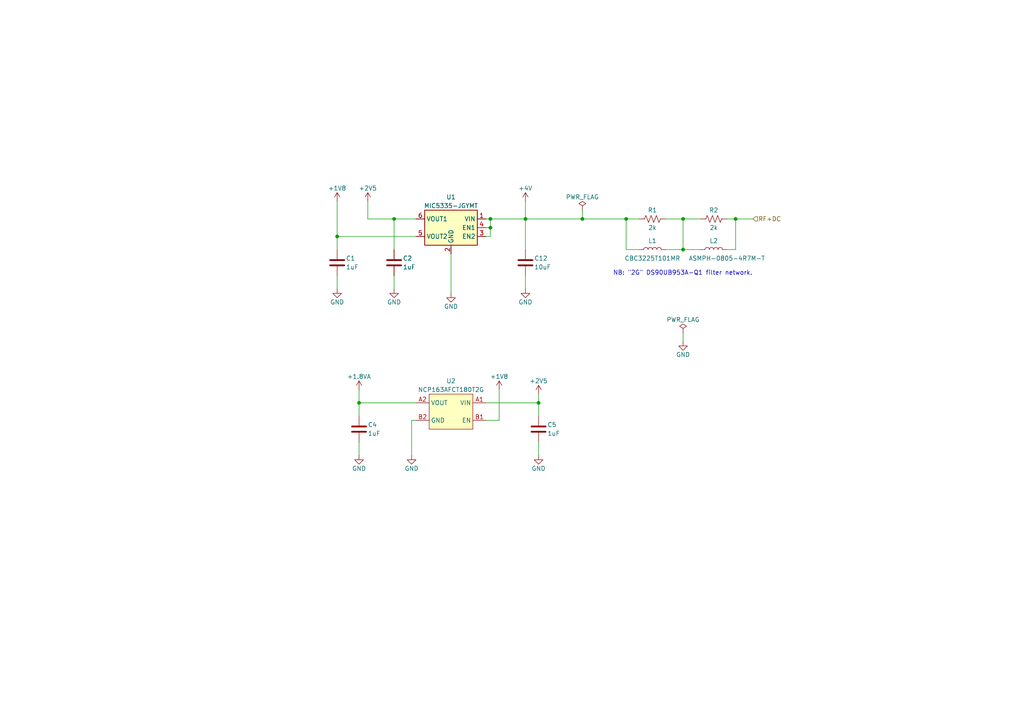
<source format=kicad_sch>
(kicad_sch (version 20230121) (generator eeschema)
  (paper "A4")
  (title_block (title "ONIX Neuropixels 2.0 Economical Headstage") (date "2021-12-16") (rev "B") (company "Open Ephys, Inc") (comment 1 "Jonathan P. Newman"))
  (lib_symbols
    (symbol "Device:C" (pin_numbers hide) (pin_names (offset 0.254))
      (property "Reference" "C" (at 0.635 2.54 0))
      (property "Value" "C" (at 0.635 -2.54 0))
      (symbol "C_0_1"
        (polyline (pts (xy -2.032 -0.762) (xy 2.032 -0.762)) (stroke (width 0.508)))
        (polyline (pts (xy -2.032 0.762) (xy 2.032 0.762)) (stroke (width 0.508)))
      )
      (symbol "C_1_1"
        (pin passive line (at 0 3.81 270) (length 2.794) (name "~") (number "1"))
        (pin passive line (at 0 -3.81 90) (length 2.794) (name "~") (number "2"))
      )
    )
    (symbol "Device:L" (pin_numbers hide) (pin_names (offset 1.016) hide)
      (property "Reference" "L" (at -1.27 0 90))
      (property "Value" "L" (at 1.905 0 90))
      (symbol "L_0_1"
        (arc (start 0 -2.54) (mid 0.6323 -1.905) (end 0 -1.27))
        (arc (start 0 -1.27) (mid 0.6323 -0.635) (end 0 0))
        (arc (start 0 0) (mid 0.6323 0.635) (end 0 1.27))
        (arc (start 0 1.27) (mid 0.6323 1.905) (end 0 2.54))
      )
      (symbol "L_1_1"
        (pin passive line (at 0 3.81 270) (length 1.27) (name "1") (number "1"))
        (pin passive line (at 0 -3.81 90) (length 1.27) (name "2") (number "2"))
      )
    )
    (symbol "Device:R_US" (pin_numbers hide) (pin_names (offset 0))
      (property "Reference" "R" (at 2.54 0 90))
      (property "Value" "R_US" (at -2.54 0 90))
      (symbol "R_US_0_1"
        (polyline (pts (xy 0 -2.286) (xy 0 -2.54)))
        (polyline (pts (xy 0 2.286) (xy 0 2.54)))
        (polyline (pts (xy 0 -0.762) (xy 1.016 -1.143) (xy 0 -1.524) (xy -1.016 -1.905) (xy 0 -2.286)))
        (polyline (pts (xy 0 0.762) (xy 1.016 0.381) (xy 0 0) (xy -1.016 -0.381) (xy 0 -0.762)))
        (polyline (pts (xy 0 2.286) (xy 1.016 1.905) (xy 0 1.524) (xy -1.016 1.143) (xy 0 0.762)))
      )
      (symbol "R_US_1_1"
        (pin passive line (at 0 3.81 270) (length 1.27) (name "~") (number "1"))
        (pin passive line (at 0 -3.81 90) (length 1.27) (name "~") (number "2"))
      )
    )
    (symbol "jonnew:+1.8VA" (power) (pin_names (offset 0))
      (property "Value" "+1.8VA" (at 0 3.556 0))
      (symbol "+1.8VA_0_1"
        (polyline (pts (xy -0.762 1.27) (xy 0 2.54)))
        (polyline (pts (xy 0 0) (xy 0 2.54)))
        (polyline (pts (xy 0 2.54) (xy 0.762 1.27)))
      )
      (symbol "+1.8VA_1_1"
        (pin power_in line (at 0 0 90) (length 0) hide (name "+1.8VA") (number "1"))
      )
    )
    (symbol "jonnew:LDO_EN"
      (property "Reference" "U" (at 0 8.89 0))
      (property "Value" "LDO_EN" (at 0 6.35 0))
      (symbol "LDO_EN_0_1"
        (rectangle (start -6.35 5.08) (end 6.35 -5.08) (stroke (width 0.1524)) (fill (type background)))
      )
      (symbol "LDO_EN_1_1"
        (pin power_in line (at -10.16 2.54 0) (length 3.81) (name "VIN") (number "A1"))
        (pin power_out line (at 10.16 2.54 180) (length 3.81) (name "VOUT") (number "A2"))
        (pin input line (at -10.16 -2.54 0) (length 3.81) (name "EN") (number "B1"))
        (pin power_in line (at 10.16 -2.54 180) (length 3.81) (name "GND") (number "B2"))
      )
    )
    (symbol "jonnew:MIC5335-xxxMT"
      (property "Reference" "U" (at 0 8.89 0))
      (property "Value" "MIC5335-xxxMT" (at 0 6.35 0))
      (symbol "MIC5335-xxxMT_0_1"
        (rectangle (start -7.62 5.08) (end 7.62 -5.08) (stroke (width 0.254)) (fill (type background)))
      )
      (symbol "MIC5335-xxxMT_1_0"
        (pin passive line (at 0 -7.62 90) (length 2.54) hide (name "GND") (number "7"))
      )
      (symbol "MIC5335-xxxMT_1_1"
        (pin power_in line (at -10.16 2.54 0) (length 2.54) (name "VIN") (number "1"))
        (pin power_in line (at 0 -7.62 90) (length 2.54) (name "GND") (number "2"))
        (pin input line (at -10.16 -2.54 0) (length 2.54) (name "EN2") (number "3"))
        (pin input line (at -10.16 0 0) (length 2.54) (name "EN1") (number "4"))
        (pin power_out line (at 10.16 -2.54 180) (length 2.54) (name "VOUT2") (number "5"))
        (pin power_out line (at 10.16 2.54 180) (length 2.54) (name "VOUT1") (number "6"))
      )
    )
    (symbol "power:+1V8" (power) (pin_names (offset 0))
      (property "Value" "+1V8" (at 0 3.556 0))
      (symbol "+1V8_0_1"
        (polyline (pts (xy -0.762 1.27) (xy 0 2.54)))
        (polyline (pts (xy 0 0) (xy 0 2.54)))
        (polyline (pts (xy 0 2.54) (xy 0.762 1.27)))
      )
      (symbol "+1V8_1_1"
        (pin power_in line (at 0 0 90) (length 0) hide (name "+1V8") (number "1"))
      )
    )
    (symbol "power:+2V5" (power) (pin_names (offset 0))
      (property "Value" "+2V5" (at 0 3.556 0))
      (symbol "+2V5_0_1"
        (polyline (pts (xy -0.762 1.27) (xy 0 2.54)))
        (polyline (pts (xy 0 0) (xy 0 2.54)))
        (polyline (pts (xy 0 2.54) (xy 0.762 1.27)))
      )
      (symbol "+2V5_1_1"
        (pin power_in line (at 0 0 90) (length 0) hide (name "+2V5") (number "1"))
      )
    )
    (symbol "power:+4V" (power) (pin_names (offset 0))
      (property "Value" "+4V" (at 0 3.556 0))
      (symbol "+4V_0_1"
        (polyline (pts (xy -0.762 1.27) (xy 0 2.54)))
        (polyline (pts (xy 0 0) (xy 0 2.54)))
        (polyline (pts (xy 0 2.54) (xy 0.762 1.27)))
      )
      (symbol "+4V_1_1"
        (pin power_in line (at 0 0 90) (length 0) hide (name "+4V") (number "1"))
      )
    )
    (symbol "power:GND" (power) (pin_names (offset 0))
      (property "Value" "GND" (at 0 -3.81 0))
      (symbol "GND_0_1"
        (polyline (pts (xy 0 0) (xy 0 -1.27) (xy 1.27 -1.27) (xy 0 -2.54) (xy -1.27 -1.27) (xy 0 -1.27)))
      )
      (symbol "GND_1_1"
        (pin power_in line (at 0 0 270) (length 0) hide (name "GND") (number "1"))
      )
    )
    (symbol "power:PWR_FLAG" (power) (pin_numbers hide) (pin_names (offset 0) hide)
      (property "Value" "PWR_FLAG" (at 0 3.81 0))
      (symbol "PWR_FLAG_0_0"
        (pin power_out line (at 0 0 90) (length 0) (name "pwr") (number "1"))
      )
      (symbol "PWR_FLAG_0_1"
        (polyline (pts (xy 0 0) (xy 0 1.27) (xy -1.016 1.905) (xy 0 2.54) (xy 1.016 1.905) (xy 0 1.27)))
      )
    )
  )
  (junction (at 142.24 66.04))
  (junction (at 213.36 63.5))
  (junction (at 142.24 63.5))
  (junction (at 168.91 63.5))
  (junction (at 181.61 63.5))
  (junction (at 97.79 68.58))
  (junction (at 152.4 63.5))
  (junction (at 198.12 63.5))
  (junction (at 104.14 116.84))
  (junction (at 114.3 63.5))
  (junction (at 198.12 72.39))
  (junction (at 156.21 116.84))
  (wire (pts (xy 185.42 72.39) (xy 181.61 72.39)))
  (wire (pts (xy 181.61 72.39) (xy 181.61 63.5)))
  (wire (pts (xy 168.91 60.96) (xy 168.91 63.5)))
  (wire (pts (xy 198.12 63.5) (xy 203.2 63.5)))
  (wire (pts (xy 193.04 63.5) (xy 198.12 63.5)))
  (wire (pts (xy 210.82 63.5) (xy 213.36 63.5)))
  (wire (pts (xy 213.36 72.39) (xy 210.82 72.39)))
  (wire (pts (xy 213.36 63.5) (xy 213.36 72.39)))
  (wire (pts (xy 144.78 113.03) (xy 144.78 121.92)))
  (wire (pts (xy 114.3 80.01) (xy 114.3 83.82)))
  (wire (pts (xy 152.4 63.5) (xy 168.91 63.5)))
  (wire (pts (xy 193.04 72.39) (xy 198.12 72.39)))
  (wire (pts (xy 198.12 72.39) (xy 203.2 72.39)))
  (wire (pts (xy 142.24 66.04) (xy 142.24 63.5)))
  (wire (pts (xy 142.24 63.5) (xy 152.4 63.5)))
  (wire (pts (xy 156.21 114.3) (xy 156.21 116.84)))
  (wire (pts (xy 104.14 116.84) (xy 120.65 116.84)))
  (wire (pts (xy 198.12 96.52) (xy 198.12 99.06)))
  (wire (pts (xy 142.24 68.58) (xy 142.24 66.04)))
  (wire (pts (xy 104.14 128.27) (xy 104.14 132.08)))
  (wire (pts (xy 144.78 121.92) (xy 140.97 121.92)))
  (wire (pts (xy 168.91 63.5) (xy 181.61 63.5)))
  (wire (pts (xy 97.79 80.01) (xy 97.79 83.82)))
  (wire (pts (xy 119.38 121.92) (xy 119.38 132.08)))
  (wire (pts (xy 106.68 63.5) (xy 114.3 63.5)))
  (wire (pts (xy 181.61 63.5) (xy 185.42 63.5)))
  (wire (pts (xy 140.97 63.5) (xy 142.24 63.5)))
  (wire (pts (xy 106.68 58.42) (xy 106.68 63.5)))
  (wire (pts (xy 156.21 128.27) (xy 156.21 132.08)))
  (wire (pts (xy 97.79 68.58) (xy 120.65 68.58)))
  (wire (pts (xy 213.36 63.5) (xy 218.44 63.5)))
  (wire (pts (xy 114.3 63.5) (xy 114.3 72.39)))
  (wire (pts (xy 114.3 63.5) (xy 120.65 63.5)))
  (wire (pts (xy 104.14 113.03) (xy 104.14 116.84)))
  (wire (pts (xy 140.97 68.58) (xy 142.24 68.58)))
  (wire (pts (xy 152.4 58.42) (xy 152.4 63.5)))
  (wire (pts (xy 198.12 63.5) (xy 198.12 72.39)))
  (wire (pts (xy 104.14 116.84) (xy 104.14 120.65)))
  (wire (pts (xy 140.97 116.84) (xy 156.21 116.84)))
  (wire (pts (xy 97.79 58.42) (xy 97.79 68.58)))
  (wire (pts (xy 130.81 73.66) (xy 130.81 85.09)))
  (wire (pts (xy 152.4 80.01) (xy 152.4 83.82)))
  (wire (pts (xy 152.4 63.5) (xy 152.4 72.39)))
  (wire (pts (xy 120.65 121.92) (xy 119.38 121.92)))
  (wire (pts (xy 156.21 116.84) (xy 156.21 120.65)))
  (wire (pts (xy 97.79 68.58) (xy 97.79 72.39)))
  (wire (pts (xy 140.97 66.04) (xy 142.24 66.04)))
  (text "NB: \"2G\" DS90UB953A-Q1 filter network." (at 177.8 80.01 0) (effects (font (size 1.27 1.27)) (justify left bottom)))
  (hierarchical_label "RF+DC" (shape input) (at 218.44 63.5 0))
  (symbol (lib_id "jonnew:+1.8VA") (at 104.14 113.03 0) (unit 1)
    (property "Reference" "#PWR011" (effects hide))
    (property "Value" "+1.8VA" (at 104.14 109.22 0))
  )
  (symbol (lib_id "power:GND") (at 198.12 99.06 0) (unit 1)
    (property "Reference" "#PWR010" (effects hide))
    (property "Value" "GND" (at 198.12 102.87 0))
  )
  (symbol (lib_id "power:+2V5") (at 106.68 58.42 0) (unit 1)
    (property "Reference" "#PWR04" (effects hide))
    (property "Value" "+2V5" (at 106.68 54.61 0))
  )
  (symbol (lib_id "Device:C") (at 156.21 124.46 0) (unit 1)
    (property "Reference" "C5" (at 158.75 123.19 0) (effects (justify left)))
    (property "Value" "1uF" (at 158.75 125.73 0) (effects (justify left)))
    (property "Footprint" "Capacitor_SMD:C_0201_0603Metric" (effects hide))
    (property "Voltage" "10V" (effects hide))
    (property "TempCo" "X5R" (effects hide))
    (property "CASE/PACKAGE" "0201" (effects hide))
  )
  (symbol (lib_id "power:GND") (at 97.79 83.82 0) (unit 1)
    (property "Reference" "#PWR06" (effects hide))
    (property "Value" "GND" (at 97.79 87.63 0))
  )
  (symbol (lib_id "power:+1V8") (at 144.78 113.03 0) (unit 1)
    (property "Reference" "#PWR012" (effects hide))
    (property "Value" "+1V8" (at 144.78 109.22 0))
  )
  (symbol (lib_id "power:PWR_FLAG") (at 198.12 96.52 0) (unit 1)
    (property "Reference" "#FLG02" (effects hide))
    (property "Value" "PWR_FLAG" (at 198.12 92.71 0))
  )
  (symbol (lib_id "Device:L") (at 207.01 72.39 270) (mirror x) (unit 1)
    (property "Reference" "L2" (at 207.01 69.85 90))
    (property "Value" "ASMPH-0805-4R7M-T" (at 210.82 74.93 90))
    (property "Footprint" "Inductor_SMD:L_0805_2012Metric" (effects hide))
    (property "CASE/PACKAGE" "0805" (effects hide))
  )
  (symbol (lib_id "jonnew:MIC5335-xxxMT") (at 130.81 66.04 0) (mirror y) (unit 1)
    (property "Reference" "U1" (at 130.81 57.15 0))
    (property "Value" "MIC5335-JGYMT" (at 130.81 59.69 0))
    (property "Footprint" "jonnew:MICROCHIP_TDFN-6-1EP_1.6x1.6mm_P0.5mm_EP0.5x1.4mm" (effects hide))
    (property "Datasheet" "https://ww1.microchip.com/downloads/en/DeviceDoc/MIC5335-Dual-Channel-High-Performance-300mA-microCap-ULDO-DS20006039A.pdf" (effects hide))
  )
  (symbol (lib_id "Device:C") (at 114.3 76.2 0) (unit 1)
    (property "Reference" "C2" (at 116.84 74.93 0) (effects (justify left)))
    (property "Value" "1uF" (at 116.84 77.47 0) (effects (justify left)))
    (property "Footprint" "Capacitor_SMD:C_0201_0603Metric" (effects hide))
    (property "TempCo" "X5R" (effects hide))
    (property "Voltage" "10V" (effects hide))
    (property "CASE/PACKAGE" "0201" (effects hide))
  )
  (symbol (lib_id "power:GND") (at 156.21 132.08 0) (unit 1)
    (property "Reference" "#PWR016" (effects hide))
    (property "Value" "GND" (at 156.21 135.89 0))
  )
  (symbol (lib_id "power:GND") (at 119.38 132.08 0) (unit 1)
    (property "Reference" "#PWR015" (effects hide))
    (property "Value" "GND" (at 119.38 135.89 0))
  )
  (symbol (lib_id "power:GND") (at 130.81 85.09 0) (unit 1)
    (property "Reference" "#PWR09" (effects hide))
    (property "Value" "GND" (at 130.81 88.9 0))
  )
  (symbol (lib_id "power:+1V8") (at 97.79 58.42 0) (unit 1)
    (property "Reference" "#PWR03" (effects hide))
    (property "Value" "+1V8" (at 97.79 54.61 0))
  )
  (symbol (lib_id "power:GND") (at 104.14 132.08 0) (unit 1)
    (property "Reference" "#PWR014" (effects hide))
    (property "Value" "GND" (at 104.14 135.89 0))
  )
  (symbol (lib_id "Device:C") (at 104.14 124.46 0) (unit 1)
    (property "Reference" "C4" (at 106.68 123.19 0) (effects (justify left)))
    (property "Value" "1uF" (at 106.68 125.73 0) (effects (justify left)))
    (property "Footprint" "Capacitor_SMD:C_0201_0603Metric" (effects hide))
    (property "TempCo" "X5R" (effects hide))
    (property "Voltage" "10V" (effects hide))
    (property "CASE/PACKAGE" "0201" (effects hide))
  )
  (symbol (lib_id "Device:C") (at 97.79 76.2 0) (unit 1)
    (property "Reference" "C1" (at 100.33 74.93 0) (effects (justify left)))
    (property "Value" "1uF" (at 100.33 77.47 0) (effects (justify left)))
    (property "Footprint" "Capacitor_SMD:C_0201_0603Metric" (effects hide))
    (property "TempCo" "X5R" (effects hide))
    (property "Voltage" "10V" (effects hide))
    (property "CASE/PACKAGE" "0201" (effects hide))
  )
  (symbol (lib_id "power:PWR_FLAG") (at 168.91 60.96 0) (unit 1)
    (property "Reference" "#FLG01" (effects hide))
    (property "Value" "PWR_FLAG" (at 168.91 57.15 0))
  )
  (symbol (lib_id "power:+4V") (at 152.4 58.42 0) (unit 1)
    (property "Reference" "#PWR05" (effects hide))
    (property "Value" "+4V" (at 152.4 54.61 0))
  )
  (symbol (lib_id "Device:R_US") (at 189.23 63.5 90) (unit 1)
    (property "Reference" "R1" (at 189.23 60.96 90))
    (property "Value" "2k" (at 189.23 66.04 90))
    (property "Footprint" "Resistor_SMD:R_0201_0603Metric" (effects hide))
    (property "CASE/PACKAGE" "0201" (effects hide))
    (property "Tolerance" "1%" (effects hide))
  )
  (symbol (lib_id "jonnew:LDO_EN") (at 130.81 119.38 0) (mirror y) (unit 1)
    (property "Reference" "U2" (at 130.81 110.49 0))
    (property "Value" "NCP163AFCT180T2G" (at 130.81 113.03 0))
    (property "Footprint" "jonnew:ONSEMI_567JZ_WLCSP4-0.64x0.64" (effects hide))
  )
  (symbol (lib_id "Device:R_US") (at 207.01 63.5 90) (unit 1)
    (property "Reference" "R2" (at 207.01 60.96 90))
    (property "Value" "2k" (at 207.01 66.04 90))
    (property "Footprint" "Resistor_SMD:R_0201_0603Metric" (effects hide))
    (property "CASE/PACKAGE" "0201" (effects hide))
    (property "Tolerance" "1%" (effects hide))
  )
  (symbol (lib_id "power:GND") (at 152.4 83.82 0) (unit 1)
    (property "Reference" "#PWR08" (effects hide))
    (property "Value" "GND" (at 152.4 87.63 0))
  )
  (symbol (lib_id "power:+2V5") (at 156.21 114.3 0) (unit 1)
    (property "Reference" "#PWR013" (effects hide))
    (property "Value" "+2V5" (at 156.21 110.49 0))
  )
  (symbol (lib_id "power:GND") (at 114.3 83.82 0) (unit 1)
    (property "Reference" "#PWR07" (effects hide))
    (property "Value" "GND" (at 114.3 87.63 0))
  )
  (symbol (lib_id "Device:C") (at 152.4 76.2 0) (unit 1)
    (property "Reference" "C12" (at 154.94 74.93 0) (effects (justify left)))
    (property "Value" "10uF" (at 154.94 77.47 0) (effects (justify left)))
    (property "Footprint" "Capacitor_SMD:C_0402_1005Metric" (effects hide))
    (property "TempCo" "X5R" (effects hide))
    (property "Voltage" "10V" (effects hide))
    (property "CASE/PACKAGE" "0402" (effects hide))
    (instances (project "headstage-neuropix2e" (path "" (reference "C12") (unit 1)) (path "" (reference "C3") (unit 1))))
  )
  (symbol (lib_id "Device:L") (at 189.23 72.39 90) (unit 1)
    (property "Reference" "L1" (at 189.23 69.85 90))
    (property "Value" "CBC3225T101MR" (at 189.23 74.93 90))
    (property "Footprint" "Inductor_SMD:L_1210_3225Metric" (effects hide))
    (property "CASE/PACKAGE" "1210" (effects hide))
  )
)
</source>
